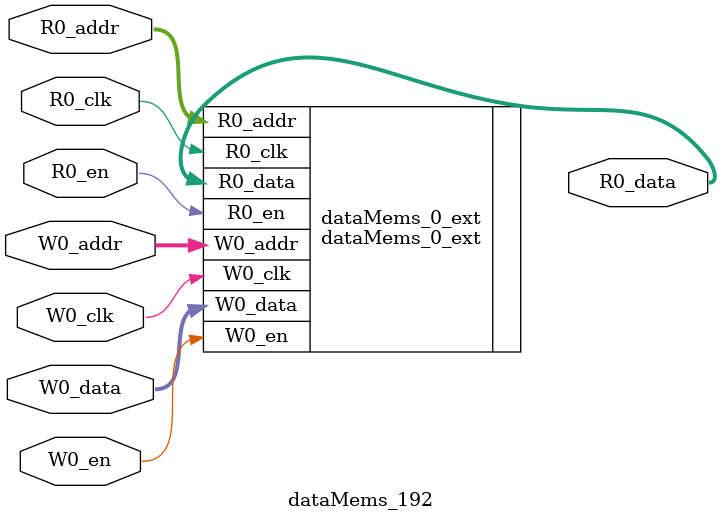
<source format=sv>
`ifndef RANDOMIZE
  `ifdef RANDOMIZE_REG_INIT
    `define RANDOMIZE
  `endif // RANDOMIZE_REG_INIT
`endif // not def RANDOMIZE
`ifndef RANDOMIZE
  `ifdef RANDOMIZE_MEM_INIT
    `define RANDOMIZE
  `endif // RANDOMIZE_MEM_INIT
`endif // not def RANDOMIZE

`ifndef RANDOM
  `define RANDOM $random
`endif // not def RANDOM

// Users can define 'PRINTF_COND' to add an extra gate to prints.
`ifndef PRINTF_COND_
  `ifdef PRINTF_COND
    `define PRINTF_COND_ (`PRINTF_COND)
  `else  // PRINTF_COND
    `define PRINTF_COND_ 1
  `endif // PRINTF_COND
`endif // not def PRINTF_COND_

// Users can define 'ASSERT_VERBOSE_COND' to add an extra gate to assert error printing.
`ifndef ASSERT_VERBOSE_COND_
  `ifdef ASSERT_VERBOSE_COND
    `define ASSERT_VERBOSE_COND_ (`ASSERT_VERBOSE_COND)
  `else  // ASSERT_VERBOSE_COND
    `define ASSERT_VERBOSE_COND_ 1
  `endif // ASSERT_VERBOSE_COND
`endif // not def ASSERT_VERBOSE_COND_

// Users can define 'STOP_COND' to add an extra gate to stop conditions.
`ifndef STOP_COND_
  `ifdef STOP_COND
    `define STOP_COND_ (`STOP_COND)
  `else  // STOP_COND
    `define STOP_COND_ 1
  `endif // STOP_COND
`endif // not def STOP_COND_

// Users can define INIT_RANDOM as general code that gets injected into the
// initializer block for modules with registers.
`ifndef INIT_RANDOM
  `define INIT_RANDOM
`endif // not def INIT_RANDOM

// If using random initialization, you can also define RANDOMIZE_DELAY to
// customize the delay used, otherwise 0.002 is used.
`ifndef RANDOMIZE_DELAY
  `define RANDOMIZE_DELAY 0.002
`endif // not def RANDOMIZE_DELAY

// Define INIT_RANDOM_PROLOG_ for use in our modules below.
`ifndef INIT_RANDOM_PROLOG_
  `ifdef RANDOMIZE
    `ifdef VERILATOR
      `define INIT_RANDOM_PROLOG_ `INIT_RANDOM
    `else  // VERILATOR
      `define INIT_RANDOM_PROLOG_ `INIT_RANDOM #`RANDOMIZE_DELAY begin end
    `endif // VERILATOR
  `else  // RANDOMIZE
    `define INIT_RANDOM_PROLOG_
  `endif // RANDOMIZE
`endif // not def INIT_RANDOM_PROLOG_

// Include register initializers in init blocks unless synthesis is set
`ifndef SYNTHESIS
  `ifndef ENABLE_INITIAL_REG_
    `define ENABLE_INITIAL_REG_
  `endif // not def ENABLE_INITIAL_REG_
`endif // not def SYNTHESIS

// Include rmemory initializers in init blocks unless synthesis is set
`ifndef SYNTHESIS
  `ifndef ENABLE_INITIAL_MEM_
    `define ENABLE_INITIAL_MEM_
  `endif // not def ENABLE_INITIAL_MEM_
`endif // not def SYNTHESIS

module dataMems_192(	// @[generators/ara/src/main/scala/UnsafeAXI4ToTL.scala:365:62]
  input  [4:0]  R0_addr,
  input         R0_en,
  input         R0_clk,
  output [66:0] R0_data,
  input  [4:0]  W0_addr,
  input         W0_en,
  input         W0_clk,
  input  [66:0] W0_data
);

  dataMems_0_ext dataMems_0_ext (	// @[generators/ara/src/main/scala/UnsafeAXI4ToTL.scala:365:62]
    .R0_addr (R0_addr),
    .R0_en   (R0_en),
    .R0_clk  (R0_clk),
    .R0_data (R0_data),
    .W0_addr (W0_addr),
    .W0_en   (W0_en),
    .W0_clk  (W0_clk),
    .W0_data (W0_data)
  );
endmodule


</source>
